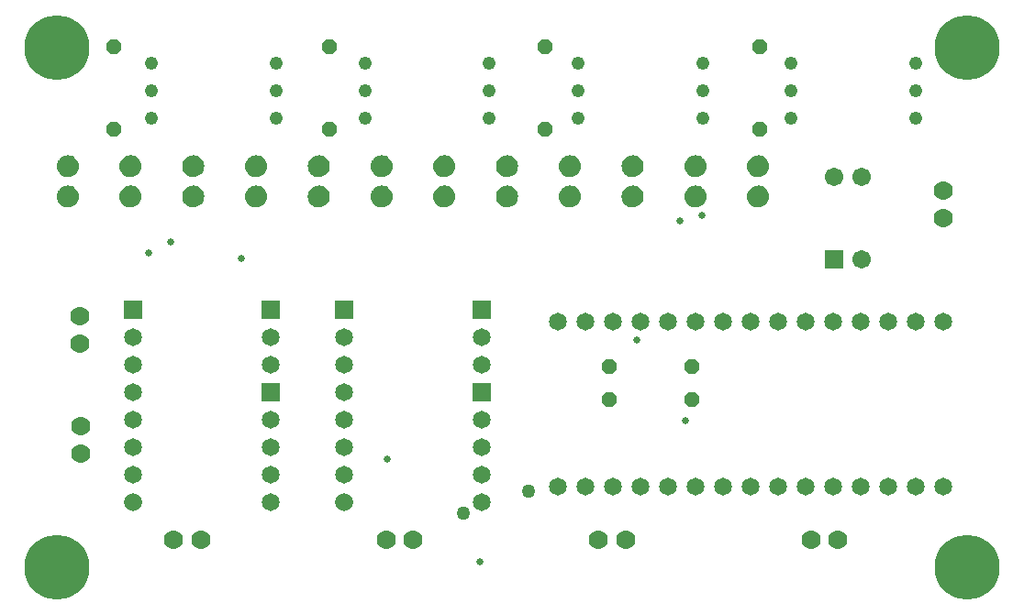
<source format=gbr>
G04 EAGLE Gerber RS-274X export*
G75*
%MOMM*%
%FSLAX34Y34*%
%LPD*%
%INSoldermask Bottom*%
%IPPOS*%
%AMOC8*
5,1,8,0,0,1.08239X$1,22.5*%
G01*
%ADD10C,6.000000*%
%ADD11C,3.327000*%
%ADD12P,1.457113X8X292.500000*%
%ADD13C,1.777000*%
%ADD14C,1.222000*%
%ADD15C,1.651000*%
%ADD16R,1.651000X1.651000*%
%ADD17C,1.666241*%
%ADD18R,1.707000X1.707000*%
%ADD19C,1.707000*%
%ADD20P,1.457113X8X202.500000*%
%ADD21P,1.457113X8X22.500000*%
%ADD22C,0.635000*%
%ADD23C,1.270000*%

G36*
X387690Y390043D02*
X387690Y390043D01*
X387762Y390041D01*
X389598Y390246D01*
X389644Y390260D01*
X389719Y390272D01*
X391480Y390832D01*
X391522Y390855D01*
X391594Y390881D01*
X393211Y391774D01*
X393249Y391804D01*
X393314Y391844D01*
X394726Y393035D01*
X394757Y393072D01*
X394813Y393124D01*
X395966Y394568D01*
X395989Y394610D01*
X396033Y394672D01*
X396882Y396313D01*
X396897Y396359D01*
X396928Y396428D01*
X397441Y398203D01*
X397446Y398251D01*
X397464Y398326D01*
X397620Y400166D01*
X397616Y400210D01*
X397620Y400275D01*
X397460Y402106D01*
X397447Y402152D01*
X397437Y402228D01*
X396923Y403992D01*
X396902Y404036D01*
X396877Y404108D01*
X396028Y405738D01*
X395999Y405776D01*
X395960Y405842D01*
X394810Y407275D01*
X394774Y407307D01*
X394723Y407364D01*
X393315Y408545D01*
X393274Y408569D01*
X393213Y408615D01*
X391601Y409499D01*
X391556Y409514D01*
X391487Y409548D01*
X389734Y410100D01*
X389687Y410106D01*
X389613Y410126D01*
X387786Y410326D01*
X387740Y410322D01*
X387671Y410328D01*
X385995Y410205D01*
X385952Y410194D01*
X385886Y410188D01*
X384256Y409777D01*
X384216Y409758D01*
X384152Y409740D01*
X382619Y409052D01*
X382582Y409027D01*
X382522Y408998D01*
X381132Y408054D01*
X381100Y408023D01*
X381046Y407985D01*
X379840Y406814D01*
X379814Y406778D01*
X379768Y406730D01*
X378784Y405368D01*
X378765Y405327D01*
X378728Y405273D01*
X377995Y403760D01*
X377983Y403717D01*
X377956Y403657D01*
X377498Y402040D01*
X377493Y401995D01*
X377477Y401931D01*
X377306Y400259D01*
X377310Y400211D01*
X377306Y400132D01*
X377472Y398460D01*
X377484Y398417D01*
X377493Y398352D01*
X377947Y396734D01*
X377966Y396693D01*
X377986Y396630D01*
X378714Y395116D01*
X378740Y395080D01*
X378770Y395021D01*
X379751Y393656D01*
X379783Y393625D01*
X379823Y393572D01*
X381025Y392398D01*
X381062Y392373D01*
X381110Y392328D01*
X382498Y391381D01*
X382539Y391363D01*
X382595Y391327D01*
X384126Y390635D01*
X384169Y390624D01*
X384230Y390598D01*
X385859Y390183D01*
X385903Y390180D01*
X385968Y390165D01*
X387643Y390039D01*
X387690Y390043D01*
G37*
G36*
X329771Y390043D02*
X329771Y390043D01*
X329843Y390041D01*
X331679Y390246D01*
X331725Y390260D01*
X331800Y390272D01*
X333561Y390832D01*
X333603Y390855D01*
X333675Y390881D01*
X335292Y391774D01*
X335330Y391804D01*
X335395Y391844D01*
X336807Y393035D01*
X336838Y393072D01*
X336894Y393124D01*
X338047Y394568D01*
X338070Y394610D01*
X338114Y394672D01*
X338963Y396313D01*
X338978Y396359D01*
X339009Y396428D01*
X339522Y398203D01*
X339527Y398251D01*
X339545Y398326D01*
X339701Y400166D01*
X339697Y400210D01*
X339701Y400275D01*
X339541Y402106D01*
X339528Y402152D01*
X339518Y402228D01*
X339004Y403992D01*
X338983Y404036D01*
X338958Y404108D01*
X338109Y405738D01*
X338080Y405776D01*
X338041Y405842D01*
X336891Y407275D01*
X336855Y407307D01*
X336804Y407364D01*
X335396Y408545D01*
X335355Y408569D01*
X335294Y408615D01*
X333682Y409499D01*
X333637Y409514D01*
X333568Y409548D01*
X331815Y410100D01*
X331768Y410106D01*
X331694Y410126D01*
X329867Y410326D01*
X329821Y410322D01*
X329752Y410328D01*
X328076Y410205D01*
X328033Y410194D01*
X327967Y410188D01*
X326337Y409777D01*
X326297Y409758D01*
X326233Y409740D01*
X324700Y409052D01*
X324663Y409027D01*
X324603Y408998D01*
X323213Y408054D01*
X323181Y408023D01*
X323127Y407985D01*
X321921Y406814D01*
X321895Y406778D01*
X321849Y406730D01*
X320865Y405368D01*
X320846Y405327D01*
X320809Y405273D01*
X320076Y403760D01*
X320064Y403717D01*
X320037Y403657D01*
X319579Y402040D01*
X319574Y401995D01*
X319558Y401931D01*
X319387Y400259D01*
X319391Y400211D01*
X319387Y400132D01*
X319553Y398460D01*
X319565Y398417D01*
X319574Y398352D01*
X320028Y396734D01*
X320047Y396693D01*
X320067Y396630D01*
X320795Y395116D01*
X320821Y395080D01*
X320851Y395021D01*
X321832Y393656D01*
X321864Y393625D01*
X321904Y393572D01*
X323106Y392398D01*
X323143Y392373D01*
X323191Y392328D01*
X324579Y391381D01*
X324620Y391363D01*
X324676Y391327D01*
X326207Y390635D01*
X326250Y390624D01*
X326311Y390598D01*
X327940Y390183D01*
X327984Y390180D01*
X328049Y390165D01*
X329724Y390039D01*
X329771Y390043D01*
G37*
G36*
X561446Y390043D02*
X561446Y390043D01*
X561518Y390041D01*
X563354Y390246D01*
X563400Y390260D01*
X563475Y390272D01*
X565236Y390832D01*
X565278Y390855D01*
X565350Y390881D01*
X566967Y391774D01*
X567005Y391804D01*
X567070Y391844D01*
X568482Y393035D01*
X568513Y393072D01*
X568569Y393124D01*
X569722Y394568D01*
X569745Y394610D01*
X569789Y394672D01*
X570638Y396313D01*
X570653Y396359D01*
X570684Y396428D01*
X571197Y398203D01*
X571202Y398251D01*
X571220Y398326D01*
X571376Y400166D01*
X571372Y400210D01*
X571376Y400275D01*
X571216Y402106D01*
X571203Y402152D01*
X571193Y402228D01*
X570679Y403992D01*
X570658Y404036D01*
X570633Y404108D01*
X569784Y405738D01*
X569755Y405776D01*
X569716Y405842D01*
X568566Y407275D01*
X568530Y407307D01*
X568479Y407364D01*
X567071Y408545D01*
X567030Y408569D01*
X566969Y408615D01*
X565357Y409499D01*
X565312Y409514D01*
X565243Y409548D01*
X563490Y410100D01*
X563443Y410106D01*
X563369Y410126D01*
X561542Y410326D01*
X561496Y410322D01*
X561427Y410328D01*
X559751Y410205D01*
X559708Y410194D01*
X559642Y410188D01*
X558012Y409777D01*
X557972Y409758D01*
X557908Y409740D01*
X556375Y409052D01*
X556338Y409027D01*
X556278Y408998D01*
X554888Y408054D01*
X554856Y408023D01*
X554802Y407985D01*
X553596Y406814D01*
X553570Y406778D01*
X553524Y406730D01*
X552540Y405368D01*
X552521Y405327D01*
X552484Y405273D01*
X551751Y403760D01*
X551739Y403717D01*
X551712Y403657D01*
X551254Y402040D01*
X551249Y401995D01*
X551233Y401931D01*
X551062Y400259D01*
X551066Y400211D01*
X551062Y400132D01*
X551228Y398460D01*
X551240Y398417D01*
X551249Y398352D01*
X551703Y396734D01*
X551722Y396693D01*
X551742Y396630D01*
X552470Y395116D01*
X552496Y395080D01*
X552526Y395021D01*
X553507Y393656D01*
X553539Y393625D01*
X553579Y393572D01*
X554781Y392398D01*
X554818Y392373D01*
X554866Y392328D01*
X556254Y391381D01*
X556295Y391363D01*
X556351Y391327D01*
X557882Y390635D01*
X557925Y390624D01*
X557986Y390598D01*
X559615Y390183D01*
X559659Y390180D01*
X559724Y390165D01*
X561399Y390039D01*
X561446Y390043D01*
G37*
G36*
X619365Y390043D02*
X619365Y390043D01*
X619437Y390041D01*
X621273Y390246D01*
X621319Y390260D01*
X621394Y390272D01*
X623155Y390832D01*
X623197Y390855D01*
X623269Y390881D01*
X624886Y391774D01*
X624924Y391804D01*
X624989Y391844D01*
X626401Y393035D01*
X626432Y393072D01*
X626488Y393124D01*
X627641Y394568D01*
X627664Y394610D01*
X627708Y394672D01*
X628557Y396313D01*
X628572Y396359D01*
X628603Y396428D01*
X629116Y398203D01*
X629121Y398251D01*
X629139Y398326D01*
X629295Y400166D01*
X629291Y400210D01*
X629295Y400275D01*
X629135Y402106D01*
X629122Y402152D01*
X629112Y402228D01*
X628598Y403992D01*
X628577Y404036D01*
X628552Y404108D01*
X627703Y405738D01*
X627674Y405776D01*
X627635Y405842D01*
X626485Y407275D01*
X626449Y407307D01*
X626398Y407364D01*
X624990Y408545D01*
X624949Y408569D01*
X624888Y408615D01*
X623276Y409499D01*
X623231Y409514D01*
X623162Y409548D01*
X621409Y410100D01*
X621362Y410106D01*
X621288Y410126D01*
X619461Y410326D01*
X619415Y410322D01*
X619346Y410328D01*
X617670Y410205D01*
X617627Y410194D01*
X617561Y410188D01*
X615931Y409777D01*
X615891Y409758D01*
X615827Y409740D01*
X614294Y409052D01*
X614257Y409027D01*
X614197Y408998D01*
X612807Y408054D01*
X612775Y408023D01*
X612721Y407985D01*
X611515Y406814D01*
X611489Y406778D01*
X611443Y406730D01*
X610459Y405368D01*
X610440Y405327D01*
X610403Y405273D01*
X609670Y403760D01*
X609658Y403717D01*
X609631Y403657D01*
X609173Y402040D01*
X609168Y401995D01*
X609152Y401931D01*
X608981Y400259D01*
X608985Y400211D01*
X608981Y400132D01*
X609147Y398460D01*
X609159Y398417D01*
X609168Y398352D01*
X609622Y396734D01*
X609641Y396693D01*
X609661Y396630D01*
X610389Y395116D01*
X610415Y395080D01*
X610445Y395021D01*
X611426Y393656D01*
X611458Y393625D01*
X611498Y393572D01*
X612700Y392398D01*
X612737Y392373D01*
X612785Y392328D01*
X614173Y391381D01*
X614214Y391363D01*
X614270Y391327D01*
X615801Y390635D01*
X615844Y390624D01*
X615905Y390598D01*
X617534Y390183D01*
X617578Y390180D01*
X617643Y390165D01*
X619318Y390039D01*
X619365Y390043D01*
G37*
G36*
X503528Y390043D02*
X503528Y390043D01*
X503600Y390041D01*
X505436Y390246D01*
X505482Y390260D01*
X505557Y390272D01*
X507318Y390832D01*
X507360Y390855D01*
X507432Y390881D01*
X509049Y391774D01*
X509087Y391804D01*
X509152Y391844D01*
X510564Y393035D01*
X510595Y393072D01*
X510651Y393124D01*
X511804Y394568D01*
X511827Y394610D01*
X511871Y394672D01*
X512720Y396313D01*
X512735Y396359D01*
X512766Y396428D01*
X513279Y398203D01*
X513284Y398251D01*
X513302Y398326D01*
X513458Y400166D01*
X513454Y400210D01*
X513458Y400275D01*
X513298Y402106D01*
X513285Y402152D01*
X513275Y402228D01*
X512761Y403992D01*
X512740Y404036D01*
X512715Y404108D01*
X511866Y405738D01*
X511837Y405776D01*
X511798Y405842D01*
X510648Y407275D01*
X510612Y407307D01*
X510561Y407364D01*
X509153Y408545D01*
X509112Y408569D01*
X509051Y408615D01*
X507439Y409499D01*
X507394Y409514D01*
X507325Y409548D01*
X505572Y410100D01*
X505525Y410106D01*
X505451Y410126D01*
X503624Y410326D01*
X503578Y410322D01*
X503509Y410328D01*
X501833Y410205D01*
X501790Y410194D01*
X501724Y410188D01*
X500094Y409777D01*
X500054Y409758D01*
X499990Y409740D01*
X498457Y409052D01*
X498420Y409027D01*
X498360Y408998D01*
X496970Y408054D01*
X496938Y408023D01*
X496884Y407985D01*
X495678Y406814D01*
X495652Y406778D01*
X495606Y406730D01*
X494622Y405368D01*
X494603Y405327D01*
X494566Y405273D01*
X493833Y403760D01*
X493821Y403717D01*
X493794Y403657D01*
X493336Y402040D01*
X493331Y401995D01*
X493315Y401931D01*
X493144Y400259D01*
X493148Y400211D01*
X493144Y400132D01*
X493310Y398460D01*
X493322Y398417D01*
X493331Y398352D01*
X493785Y396734D01*
X493804Y396693D01*
X493824Y396630D01*
X494552Y395116D01*
X494578Y395080D01*
X494608Y395021D01*
X495589Y393656D01*
X495621Y393625D01*
X495661Y393572D01*
X496863Y392398D01*
X496900Y392373D01*
X496948Y392328D01*
X498336Y391381D01*
X498377Y391363D01*
X498433Y391327D01*
X499964Y390635D01*
X500007Y390624D01*
X500068Y390598D01*
X501697Y390183D01*
X501741Y390180D01*
X501806Y390165D01*
X503481Y390039D01*
X503528Y390043D01*
G37*
G36*
X445609Y390043D02*
X445609Y390043D01*
X445681Y390041D01*
X447517Y390246D01*
X447563Y390260D01*
X447638Y390272D01*
X449399Y390832D01*
X449441Y390855D01*
X449513Y390881D01*
X451130Y391774D01*
X451168Y391804D01*
X451233Y391844D01*
X452645Y393035D01*
X452676Y393072D01*
X452732Y393124D01*
X453885Y394568D01*
X453908Y394610D01*
X453952Y394672D01*
X454801Y396313D01*
X454816Y396359D01*
X454847Y396428D01*
X455360Y398203D01*
X455365Y398251D01*
X455383Y398326D01*
X455539Y400166D01*
X455535Y400210D01*
X455539Y400275D01*
X455379Y402106D01*
X455366Y402152D01*
X455356Y402228D01*
X454842Y403992D01*
X454821Y404036D01*
X454796Y404108D01*
X453947Y405738D01*
X453918Y405776D01*
X453879Y405842D01*
X452729Y407275D01*
X452693Y407307D01*
X452642Y407364D01*
X451234Y408545D01*
X451193Y408569D01*
X451132Y408615D01*
X449520Y409499D01*
X449475Y409514D01*
X449406Y409548D01*
X447653Y410100D01*
X447606Y410106D01*
X447532Y410126D01*
X445705Y410326D01*
X445659Y410322D01*
X445590Y410328D01*
X443914Y410205D01*
X443871Y410194D01*
X443805Y410188D01*
X442175Y409777D01*
X442135Y409758D01*
X442071Y409740D01*
X440538Y409052D01*
X440501Y409027D01*
X440441Y408998D01*
X439051Y408054D01*
X439019Y408023D01*
X438965Y407985D01*
X437759Y406814D01*
X437733Y406778D01*
X437687Y406730D01*
X436703Y405368D01*
X436684Y405327D01*
X436647Y405273D01*
X435914Y403760D01*
X435902Y403717D01*
X435875Y403657D01*
X435417Y402040D01*
X435412Y401995D01*
X435396Y401931D01*
X435225Y400259D01*
X435229Y400211D01*
X435225Y400132D01*
X435391Y398460D01*
X435403Y398417D01*
X435412Y398352D01*
X435866Y396734D01*
X435885Y396693D01*
X435905Y396630D01*
X436633Y395116D01*
X436659Y395080D01*
X436689Y395021D01*
X437670Y393656D01*
X437702Y393625D01*
X437742Y393572D01*
X438944Y392398D01*
X438981Y392373D01*
X439029Y392328D01*
X440417Y391381D01*
X440458Y391363D01*
X440514Y391327D01*
X442045Y390635D01*
X442088Y390624D01*
X442149Y390598D01*
X443778Y390183D01*
X443822Y390180D01*
X443887Y390165D01*
X445562Y390039D01*
X445609Y390043D01*
G37*
G36*
X271852Y390043D02*
X271852Y390043D01*
X271924Y390041D01*
X273760Y390246D01*
X273806Y390260D01*
X273881Y390272D01*
X275642Y390832D01*
X275684Y390855D01*
X275756Y390881D01*
X277373Y391774D01*
X277411Y391804D01*
X277476Y391844D01*
X278888Y393035D01*
X278919Y393072D01*
X278975Y393124D01*
X280128Y394568D01*
X280151Y394610D01*
X280195Y394672D01*
X281044Y396313D01*
X281059Y396359D01*
X281090Y396428D01*
X281603Y398203D01*
X281608Y398251D01*
X281626Y398326D01*
X281782Y400166D01*
X281778Y400210D01*
X281782Y400275D01*
X281622Y402106D01*
X281609Y402152D01*
X281599Y402228D01*
X281085Y403992D01*
X281064Y404036D01*
X281039Y404108D01*
X280190Y405738D01*
X280161Y405776D01*
X280122Y405842D01*
X278972Y407275D01*
X278936Y407307D01*
X278885Y407364D01*
X277477Y408545D01*
X277436Y408569D01*
X277375Y408615D01*
X275763Y409499D01*
X275718Y409514D01*
X275649Y409548D01*
X273896Y410100D01*
X273849Y410106D01*
X273775Y410126D01*
X271948Y410326D01*
X271902Y410322D01*
X271833Y410328D01*
X270157Y410205D01*
X270114Y410194D01*
X270048Y410188D01*
X268418Y409777D01*
X268378Y409758D01*
X268314Y409740D01*
X266781Y409052D01*
X266744Y409027D01*
X266684Y408998D01*
X265294Y408054D01*
X265262Y408023D01*
X265208Y407985D01*
X264002Y406814D01*
X263976Y406778D01*
X263930Y406730D01*
X262946Y405368D01*
X262927Y405327D01*
X262890Y405273D01*
X262157Y403760D01*
X262145Y403717D01*
X262118Y403657D01*
X261660Y402040D01*
X261655Y401995D01*
X261639Y401931D01*
X261468Y400259D01*
X261472Y400211D01*
X261468Y400132D01*
X261634Y398460D01*
X261646Y398417D01*
X261655Y398352D01*
X262109Y396734D01*
X262128Y396693D01*
X262148Y396630D01*
X262876Y395116D01*
X262902Y395080D01*
X262932Y395021D01*
X263913Y393656D01*
X263945Y393625D01*
X263985Y393572D01*
X265187Y392398D01*
X265224Y392373D01*
X265272Y392328D01*
X266660Y391381D01*
X266701Y391363D01*
X266757Y391327D01*
X268288Y390635D01*
X268331Y390624D01*
X268392Y390598D01*
X270021Y390183D01*
X270065Y390180D01*
X270130Y390165D01*
X271805Y390039D01*
X271852Y390043D01*
G37*
G36*
X156015Y390043D02*
X156015Y390043D01*
X156087Y390041D01*
X157923Y390246D01*
X157969Y390260D01*
X158044Y390272D01*
X159805Y390832D01*
X159847Y390855D01*
X159919Y390881D01*
X161536Y391774D01*
X161574Y391804D01*
X161639Y391844D01*
X163051Y393035D01*
X163082Y393072D01*
X163138Y393124D01*
X164291Y394568D01*
X164314Y394610D01*
X164358Y394672D01*
X165207Y396313D01*
X165222Y396359D01*
X165253Y396428D01*
X165766Y398203D01*
X165771Y398251D01*
X165789Y398326D01*
X165945Y400166D01*
X165941Y400210D01*
X165945Y400275D01*
X165785Y402106D01*
X165772Y402152D01*
X165762Y402228D01*
X165248Y403992D01*
X165227Y404036D01*
X165202Y404108D01*
X164353Y405738D01*
X164324Y405776D01*
X164285Y405842D01*
X163135Y407275D01*
X163099Y407307D01*
X163048Y407364D01*
X161640Y408545D01*
X161599Y408569D01*
X161538Y408615D01*
X159926Y409499D01*
X159881Y409514D01*
X159812Y409548D01*
X158059Y410100D01*
X158012Y410106D01*
X157938Y410126D01*
X156111Y410326D01*
X156065Y410322D01*
X155996Y410328D01*
X154320Y410205D01*
X154277Y410194D01*
X154211Y410188D01*
X152581Y409777D01*
X152541Y409758D01*
X152477Y409740D01*
X150944Y409052D01*
X150907Y409027D01*
X150847Y408998D01*
X149457Y408054D01*
X149425Y408023D01*
X149371Y407985D01*
X148165Y406814D01*
X148139Y406778D01*
X148093Y406730D01*
X147109Y405368D01*
X147090Y405327D01*
X147053Y405273D01*
X146320Y403760D01*
X146308Y403717D01*
X146281Y403657D01*
X145823Y402040D01*
X145818Y401995D01*
X145802Y401931D01*
X145631Y400259D01*
X145635Y400211D01*
X145631Y400132D01*
X145797Y398460D01*
X145809Y398417D01*
X145818Y398352D01*
X146272Y396734D01*
X146291Y396693D01*
X146311Y396630D01*
X147039Y395116D01*
X147065Y395080D01*
X147095Y395021D01*
X148076Y393656D01*
X148108Y393625D01*
X148148Y393572D01*
X149350Y392398D01*
X149387Y392373D01*
X149435Y392328D01*
X150823Y391381D01*
X150864Y391363D01*
X150920Y391327D01*
X152451Y390635D01*
X152494Y390624D01*
X152555Y390598D01*
X154184Y390183D01*
X154228Y390180D01*
X154293Y390165D01*
X155968Y390039D01*
X156015Y390043D01*
G37*
G36*
X677284Y390043D02*
X677284Y390043D01*
X677356Y390041D01*
X679192Y390246D01*
X679238Y390260D01*
X679313Y390272D01*
X681074Y390832D01*
X681116Y390855D01*
X681188Y390881D01*
X682805Y391774D01*
X682843Y391804D01*
X682908Y391844D01*
X684320Y393035D01*
X684351Y393072D01*
X684407Y393124D01*
X685560Y394568D01*
X685583Y394610D01*
X685627Y394672D01*
X686476Y396313D01*
X686491Y396359D01*
X686522Y396428D01*
X687035Y398203D01*
X687040Y398251D01*
X687058Y398326D01*
X687214Y400166D01*
X687210Y400210D01*
X687214Y400275D01*
X687054Y402106D01*
X687041Y402152D01*
X687031Y402228D01*
X686517Y403992D01*
X686496Y404036D01*
X686471Y404108D01*
X685622Y405738D01*
X685593Y405776D01*
X685554Y405842D01*
X684404Y407275D01*
X684368Y407307D01*
X684317Y407364D01*
X682909Y408545D01*
X682868Y408569D01*
X682807Y408615D01*
X681195Y409499D01*
X681150Y409514D01*
X681081Y409548D01*
X679328Y410100D01*
X679281Y410106D01*
X679207Y410126D01*
X677380Y410326D01*
X677334Y410322D01*
X677265Y410328D01*
X675589Y410205D01*
X675546Y410194D01*
X675480Y410188D01*
X673850Y409777D01*
X673810Y409758D01*
X673746Y409740D01*
X672213Y409052D01*
X672176Y409027D01*
X672116Y408998D01*
X670726Y408054D01*
X670694Y408023D01*
X670640Y407985D01*
X669434Y406814D01*
X669408Y406778D01*
X669362Y406730D01*
X668378Y405368D01*
X668359Y405327D01*
X668322Y405273D01*
X667589Y403760D01*
X667577Y403717D01*
X667550Y403657D01*
X667092Y402040D01*
X667087Y401995D01*
X667071Y401931D01*
X666900Y400259D01*
X666904Y400211D01*
X666900Y400132D01*
X667066Y398460D01*
X667078Y398417D01*
X667087Y398352D01*
X667541Y396734D01*
X667560Y396693D01*
X667580Y396630D01*
X668308Y395116D01*
X668334Y395080D01*
X668364Y395021D01*
X669345Y393656D01*
X669377Y393625D01*
X669417Y393572D01*
X670619Y392398D01*
X670656Y392373D01*
X670704Y392328D01*
X672092Y391381D01*
X672133Y391363D01*
X672189Y391327D01*
X673720Y390635D01*
X673763Y390624D01*
X673824Y390598D01*
X675453Y390183D01*
X675497Y390180D01*
X675562Y390165D01*
X677237Y390039D01*
X677284Y390043D01*
G37*
G36*
X40177Y390043D02*
X40177Y390043D01*
X40249Y390041D01*
X42085Y390246D01*
X42131Y390260D01*
X42206Y390272D01*
X43967Y390832D01*
X44009Y390855D01*
X44081Y390881D01*
X45698Y391774D01*
X45736Y391804D01*
X45801Y391844D01*
X47213Y393035D01*
X47244Y393072D01*
X47300Y393124D01*
X48453Y394568D01*
X48476Y394610D01*
X48520Y394672D01*
X49369Y396313D01*
X49384Y396359D01*
X49415Y396428D01*
X49928Y398203D01*
X49933Y398251D01*
X49951Y398326D01*
X50107Y400166D01*
X50103Y400210D01*
X50107Y400275D01*
X49947Y402106D01*
X49934Y402152D01*
X49924Y402228D01*
X49410Y403992D01*
X49389Y404036D01*
X49364Y404108D01*
X48515Y405738D01*
X48486Y405776D01*
X48447Y405842D01*
X47297Y407275D01*
X47261Y407307D01*
X47210Y407364D01*
X45802Y408545D01*
X45761Y408569D01*
X45700Y408615D01*
X44088Y409499D01*
X44043Y409514D01*
X43974Y409548D01*
X42221Y410100D01*
X42174Y410106D01*
X42100Y410126D01*
X40273Y410326D01*
X40227Y410322D01*
X40158Y410328D01*
X38482Y410205D01*
X38439Y410194D01*
X38373Y410188D01*
X36743Y409777D01*
X36703Y409758D01*
X36639Y409740D01*
X35106Y409052D01*
X35069Y409027D01*
X35009Y408998D01*
X33619Y408054D01*
X33587Y408023D01*
X33533Y407985D01*
X32327Y406814D01*
X32301Y406778D01*
X32255Y406730D01*
X31271Y405368D01*
X31252Y405327D01*
X31215Y405273D01*
X30482Y403760D01*
X30470Y403717D01*
X30443Y403657D01*
X29985Y402040D01*
X29980Y401995D01*
X29964Y401931D01*
X29793Y400259D01*
X29797Y400211D01*
X29793Y400132D01*
X29959Y398460D01*
X29971Y398417D01*
X29980Y398352D01*
X30434Y396734D01*
X30453Y396693D01*
X30473Y396630D01*
X31201Y395116D01*
X31227Y395080D01*
X31257Y395021D01*
X32238Y393656D01*
X32270Y393625D01*
X32310Y393572D01*
X33512Y392398D01*
X33549Y392373D01*
X33597Y392328D01*
X34985Y391381D01*
X35026Y391363D01*
X35082Y391327D01*
X36613Y390635D01*
X36656Y390624D01*
X36717Y390598D01*
X38346Y390183D01*
X38390Y390180D01*
X38455Y390165D01*
X40130Y390039D01*
X40177Y390043D01*
G37*
G36*
X213933Y390043D02*
X213933Y390043D01*
X214005Y390041D01*
X215841Y390246D01*
X215887Y390260D01*
X215962Y390272D01*
X217723Y390832D01*
X217765Y390855D01*
X217837Y390881D01*
X219454Y391774D01*
X219492Y391804D01*
X219557Y391844D01*
X220969Y393035D01*
X221000Y393072D01*
X221056Y393124D01*
X222209Y394568D01*
X222232Y394610D01*
X222276Y394672D01*
X223125Y396313D01*
X223140Y396359D01*
X223171Y396428D01*
X223684Y398203D01*
X223689Y398251D01*
X223707Y398326D01*
X223863Y400166D01*
X223859Y400210D01*
X223863Y400275D01*
X223703Y402106D01*
X223690Y402152D01*
X223680Y402228D01*
X223166Y403992D01*
X223145Y404036D01*
X223120Y404108D01*
X222271Y405738D01*
X222242Y405776D01*
X222203Y405842D01*
X221053Y407275D01*
X221017Y407307D01*
X220966Y407364D01*
X219558Y408545D01*
X219517Y408569D01*
X219456Y408615D01*
X217844Y409499D01*
X217799Y409514D01*
X217730Y409548D01*
X215977Y410100D01*
X215930Y410106D01*
X215856Y410126D01*
X214029Y410326D01*
X213983Y410322D01*
X213914Y410328D01*
X212238Y410205D01*
X212195Y410194D01*
X212129Y410188D01*
X210499Y409777D01*
X210459Y409758D01*
X210395Y409740D01*
X208862Y409052D01*
X208825Y409027D01*
X208765Y408998D01*
X207375Y408054D01*
X207343Y408023D01*
X207289Y407985D01*
X206083Y406814D01*
X206057Y406778D01*
X206011Y406730D01*
X205027Y405368D01*
X205008Y405327D01*
X204971Y405273D01*
X204238Y403760D01*
X204226Y403717D01*
X204199Y403657D01*
X203741Y402040D01*
X203736Y401995D01*
X203720Y401931D01*
X203549Y400259D01*
X203553Y400211D01*
X203549Y400132D01*
X203715Y398460D01*
X203727Y398417D01*
X203736Y398352D01*
X204190Y396734D01*
X204209Y396693D01*
X204229Y396630D01*
X204957Y395116D01*
X204983Y395080D01*
X205013Y395021D01*
X205994Y393656D01*
X206026Y393625D01*
X206066Y393572D01*
X207268Y392398D01*
X207305Y392373D01*
X207353Y392328D01*
X208741Y391381D01*
X208782Y391363D01*
X208838Y391327D01*
X210369Y390635D01*
X210412Y390624D01*
X210473Y390598D01*
X212102Y390183D01*
X212146Y390180D01*
X212211Y390165D01*
X213886Y390039D01*
X213933Y390043D01*
G37*
G36*
X98096Y390043D02*
X98096Y390043D01*
X98168Y390041D01*
X100004Y390246D01*
X100050Y390260D01*
X100125Y390272D01*
X101886Y390832D01*
X101928Y390855D01*
X102000Y390881D01*
X103617Y391774D01*
X103655Y391804D01*
X103720Y391844D01*
X105132Y393035D01*
X105163Y393072D01*
X105219Y393124D01*
X106372Y394568D01*
X106395Y394610D01*
X106439Y394672D01*
X107288Y396313D01*
X107303Y396359D01*
X107334Y396428D01*
X107847Y398203D01*
X107852Y398251D01*
X107870Y398326D01*
X108026Y400166D01*
X108022Y400210D01*
X108026Y400275D01*
X107866Y402106D01*
X107853Y402152D01*
X107843Y402228D01*
X107329Y403992D01*
X107308Y404036D01*
X107283Y404108D01*
X106434Y405738D01*
X106405Y405776D01*
X106366Y405842D01*
X105216Y407275D01*
X105180Y407307D01*
X105129Y407364D01*
X103721Y408545D01*
X103680Y408569D01*
X103619Y408615D01*
X102007Y409499D01*
X101962Y409514D01*
X101893Y409548D01*
X100140Y410100D01*
X100093Y410106D01*
X100019Y410126D01*
X98192Y410326D01*
X98146Y410322D01*
X98077Y410328D01*
X96401Y410205D01*
X96358Y410194D01*
X96292Y410188D01*
X94662Y409777D01*
X94622Y409758D01*
X94558Y409740D01*
X93025Y409052D01*
X92988Y409027D01*
X92928Y408998D01*
X91538Y408054D01*
X91506Y408023D01*
X91452Y407985D01*
X90246Y406814D01*
X90220Y406778D01*
X90174Y406730D01*
X89190Y405368D01*
X89171Y405327D01*
X89134Y405273D01*
X88401Y403760D01*
X88389Y403717D01*
X88362Y403657D01*
X87904Y402040D01*
X87899Y401995D01*
X87883Y401931D01*
X87712Y400259D01*
X87716Y400211D01*
X87712Y400132D01*
X87878Y398460D01*
X87890Y398417D01*
X87899Y398352D01*
X88353Y396734D01*
X88372Y396693D01*
X88392Y396630D01*
X89120Y395116D01*
X89146Y395080D01*
X89176Y395021D01*
X90157Y393656D01*
X90189Y393625D01*
X90229Y393572D01*
X91431Y392398D01*
X91468Y392373D01*
X91516Y392328D01*
X92904Y391381D01*
X92945Y391363D01*
X93001Y391327D01*
X94532Y390635D01*
X94575Y390624D01*
X94636Y390598D01*
X96265Y390183D01*
X96309Y390180D01*
X96374Y390165D01*
X98049Y390039D01*
X98096Y390043D01*
G37*
G36*
X40177Y362052D02*
X40177Y362052D01*
X40249Y362050D01*
X42085Y362255D01*
X42131Y362269D01*
X42206Y362281D01*
X43967Y362841D01*
X44009Y362864D01*
X44081Y362890D01*
X45698Y363783D01*
X45736Y363813D01*
X45801Y363853D01*
X47213Y365044D01*
X47244Y365081D01*
X47300Y365133D01*
X48453Y366577D01*
X48476Y366619D01*
X48520Y366681D01*
X49369Y368322D01*
X49384Y368368D01*
X49415Y368437D01*
X49928Y370212D01*
X49933Y370260D01*
X49951Y370335D01*
X50107Y372175D01*
X50103Y372219D01*
X50107Y372284D01*
X49947Y374115D01*
X49934Y374161D01*
X49924Y374237D01*
X49410Y376001D01*
X49389Y376045D01*
X49364Y376117D01*
X48515Y377747D01*
X48486Y377785D01*
X48447Y377851D01*
X47297Y379284D01*
X47261Y379316D01*
X47210Y379373D01*
X45802Y380554D01*
X45761Y380578D01*
X45700Y380624D01*
X44088Y381508D01*
X44043Y381523D01*
X43974Y381557D01*
X42221Y382109D01*
X42174Y382115D01*
X42100Y382135D01*
X40273Y382335D01*
X40227Y382331D01*
X40158Y382337D01*
X38482Y382214D01*
X38439Y382203D01*
X38373Y382197D01*
X36743Y381786D01*
X36703Y381767D01*
X36639Y381749D01*
X35106Y381061D01*
X35069Y381036D01*
X35009Y381007D01*
X33619Y380063D01*
X33587Y380032D01*
X33533Y379994D01*
X32327Y378823D01*
X32301Y378787D01*
X32255Y378739D01*
X31271Y377377D01*
X31252Y377336D01*
X31215Y377282D01*
X30482Y375769D01*
X30470Y375726D01*
X30443Y375666D01*
X29985Y374049D01*
X29980Y374004D01*
X29964Y373940D01*
X29793Y372268D01*
X29797Y372220D01*
X29793Y372141D01*
X29959Y370469D01*
X29971Y370426D01*
X29980Y370361D01*
X30434Y368743D01*
X30453Y368702D01*
X30473Y368639D01*
X31201Y367125D01*
X31227Y367089D01*
X31257Y367030D01*
X32238Y365665D01*
X32270Y365634D01*
X32310Y365581D01*
X33512Y364407D01*
X33549Y364382D01*
X33597Y364337D01*
X34985Y363390D01*
X35026Y363372D01*
X35082Y363336D01*
X36613Y362644D01*
X36656Y362633D01*
X36717Y362607D01*
X38346Y362192D01*
X38390Y362189D01*
X38455Y362174D01*
X40130Y362048D01*
X40177Y362052D01*
G37*
G36*
X387690Y362052D02*
X387690Y362052D01*
X387762Y362050D01*
X389598Y362255D01*
X389644Y362269D01*
X389719Y362281D01*
X391480Y362841D01*
X391522Y362864D01*
X391594Y362890D01*
X393211Y363783D01*
X393249Y363813D01*
X393314Y363853D01*
X394726Y365044D01*
X394757Y365081D01*
X394813Y365133D01*
X395966Y366577D01*
X395989Y366619D01*
X396033Y366681D01*
X396882Y368322D01*
X396897Y368368D01*
X396928Y368437D01*
X397441Y370212D01*
X397446Y370260D01*
X397464Y370335D01*
X397620Y372175D01*
X397616Y372219D01*
X397620Y372284D01*
X397460Y374115D01*
X397447Y374161D01*
X397437Y374237D01*
X396923Y376001D01*
X396902Y376045D01*
X396877Y376117D01*
X396028Y377747D01*
X395999Y377785D01*
X395960Y377851D01*
X394810Y379284D01*
X394774Y379316D01*
X394723Y379373D01*
X393315Y380554D01*
X393274Y380578D01*
X393213Y380624D01*
X391601Y381508D01*
X391556Y381523D01*
X391487Y381557D01*
X389734Y382109D01*
X389687Y382115D01*
X389613Y382135D01*
X387786Y382335D01*
X387740Y382331D01*
X387671Y382337D01*
X385995Y382214D01*
X385952Y382203D01*
X385886Y382197D01*
X384256Y381786D01*
X384216Y381767D01*
X384152Y381749D01*
X382619Y381061D01*
X382582Y381036D01*
X382522Y381007D01*
X381132Y380063D01*
X381100Y380032D01*
X381046Y379994D01*
X379840Y378823D01*
X379814Y378787D01*
X379768Y378739D01*
X378784Y377377D01*
X378765Y377336D01*
X378728Y377282D01*
X377995Y375769D01*
X377983Y375726D01*
X377956Y375666D01*
X377498Y374049D01*
X377493Y374004D01*
X377477Y373940D01*
X377306Y372268D01*
X377310Y372220D01*
X377306Y372141D01*
X377472Y370469D01*
X377484Y370426D01*
X377493Y370361D01*
X377947Y368743D01*
X377966Y368702D01*
X377986Y368639D01*
X378714Y367125D01*
X378740Y367089D01*
X378770Y367030D01*
X379751Y365665D01*
X379783Y365634D01*
X379823Y365581D01*
X381025Y364407D01*
X381062Y364382D01*
X381110Y364337D01*
X382498Y363390D01*
X382539Y363372D01*
X382595Y363336D01*
X384126Y362644D01*
X384169Y362633D01*
X384230Y362607D01*
X385859Y362192D01*
X385903Y362189D01*
X385968Y362174D01*
X387643Y362048D01*
X387690Y362052D01*
G37*
G36*
X156015Y362052D02*
X156015Y362052D01*
X156087Y362050D01*
X157923Y362255D01*
X157969Y362269D01*
X158044Y362281D01*
X159805Y362841D01*
X159847Y362864D01*
X159919Y362890D01*
X161536Y363783D01*
X161574Y363813D01*
X161639Y363853D01*
X163051Y365044D01*
X163082Y365081D01*
X163138Y365133D01*
X164291Y366577D01*
X164314Y366619D01*
X164358Y366681D01*
X165207Y368322D01*
X165222Y368368D01*
X165253Y368437D01*
X165766Y370212D01*
X165771Y370260D01*
X165789Y370335D01*
X165945Y372175D01*
X165941Y372219D01*
X165945Y372284D01*
X165785Y374115D01*
X165772Y374161D01*
X165762Y374237D01*
X165248Y376001D01*
X165227Y376045D01*
X165202Y376117D01*
X164353Y377747D01*
X164324Y377785D01*
X164285Y377851D01*
X163135Y379284D01*
X163099Y379316D01*
X163048Y379373D01*
X161640Y380554D01*
X161599Y380578D01*
X161538Y380624D01*
X159926Y381508D01*
X159881Y381523D01*
X159812Y381557D01*
X158059Y382109D01*
X158012Y382115D01*
X157938Y382135D01*
X156111Y382335D01*
X156065Y382331D01*
X155996Y382337D01*
X154320Y382214D01*
X154277Y382203D01*
X154211Y382197D01*
X152581Y381786D01*
X152541Y381767D01*
X152477Y381749D01*
X150944Y381061D01*
X150907Y381036D01*
X150847Y381007D01*
X149457Y380063D01*
X149425Y380032D01*
X149371Y379994D01*
X148165Y378823D01*
X148139Y378787D01*
X148093Y378739D01*
X147109Y377377D01*
X147090Y377336D01*
X147053Y377282D01*
X146320Y375769D01*
X146308Y375726D01*
X146281Y375666D01*
X145823Y374049D01*
X145818Y374004D01*
X145802Y373940D01*
X145631Y372268D01*
X145635Y372220D01*
X145631Y372141D01*
X145797Y370469D01*
X145809Y370426D01*
X145818Y370361D01*
X146272Y368743D01*
X146291Y368702D01*
X146311Y368639D01*
X147039Y367125D01*
X147065Y367089D01*
X147095Y367030D01*
X148076Y365665D01*
X148108Y365634D01*
X148148Y365581D01*
X149350Y364407D01*
X149387Y364382D01*
X149435Y364337D01*
X150823Y363390D01*
X150864Y363372D01*
X150920Y363336D01*
X152451Y362644D01*
X152494Y362633D01*
X152555Y362607D01*
X154184Y362192D01*
X154228Y362189D01*
X154293Y362174D01*
X155968Y362048D01*
X156015Y362052D01*
G37*
G36*
X677284Y362052D02*
X677284Y362052D01*
X677356Y362050D01*
X679192Y362255D01*
X679238Y362269D01*
X679313Y362281D01*
X681074Y362841D01*
X681116Y362864D01*
X681188Y362890D01*
X682805Y363783D01*
X682843Y363813D01*
X682908Y363853D01*
X684320Y365044D01*
X684351Y365081D01*
X684407Y365133D01*
X685560Y366577D01*
X685583Y366619D01*
X685627Y366681D01*
X686476Y368322D01*
X686491Y368368D01*
X686522Y368437D01*
X687035Y370212D01*
X687040Y370260D01*
X687058Y370335D01*
X687214Y372175D01*
X687210Y372219D01*
X687214Y372284D01*
X687054Y374115D01*
X687041Y374161D01*
X687031Y374237D01*
X686517Y376001D01*
X686496Y376045D01*
X686471Y376117D01*
X685622Y377747D01*
X685593Y377785D01*
X685554Y377851D01*
X684404Y379284D01*
X684368Y379316D01*
X684317Y379373D01*
X682909Y380554D01*
X682868Y380578D01*
X682807Y380624D01*
X681195Y381508D01*
X681150Y381523D01*
X681081Y381557D01*
X679328Y382109D01*
X679281Y382115D01*
X679207Y382135D01*
X677380Y382335D01*
X677334Y382331D01*
X677265Y382337D01*
X675589Y382214D01*
X675546Y382203D01*
X675480Y382197D01*
X673850Y381786D01*
X673810Y381767D01*
X673746Y381749D01*
X672213Y381061D01*
X672176Y381036D01*
X672116Y381007D01*
X670726Y380063D01*
X670694Y380032D01*
X670640Y379994D01*
X669434Y378823D01*
X669408Y378787D01*
X669362Y378739D01*
X668378Y377377D01*
X668359Y377336D01*
X668322Y377282D01*
X667589Y375769D01*
X667577Y375726D01*
X667550Y375666D01*
X667092Y374049D01*
X667087Y374004D01*
X667071Y373940D01*
X666900Y372268D01*
X666904Y372220D01*
X666900Y372141D01*
X667066Y370469D01*
X667078Y370426D01*
X667087Y370361D01*
X667541Y368743D01*
X667560Y368702D01*
X667580Y368639D01*
X668308Y367125D01*
X668334Y367089D01*
X668364Y367030D01*
X669345Y365665D01*
X669377Y365634D01*
X669417Y365581D01*
X670619Y364407D01*
X670656Y364382D01*
X670704Y364337D01*
X672092Y363390D01*
X672133Y363372D01*
X672189Y363336D01*
X673720Y362644D01*
X673763Y362633D01*
X673824Y362607D01*
X675453Y362192D01*
X675497Y362189D01*
X675562Y362174D01*
X677237Y362048D01*
X677284Y362052D01*
G37*
G36*
X213933Y362052D02*
X213933Y362052D01*
X214005Y362050D01*
X215841Y362255D01*
X215887Y362269D01*
X215962Y362281D01*
X217723Y362841D01*
X217765Y362864D01*
X217837Y362890D01*
X219454Y363783D01*
X219492Y363813D01*
X219557Y363853D01*
X220969Y365044D01*
X221000Y365081D01*
X221056Y365133D01*
X222209Y366577D01*
X222232Y366619D01*
X222276Y366681D01*
X223125Y368322D01*
X223140Y368368D01*
X223171Y368437D01*
X223684Y370212D01*
X223689Y370260D01*
X223707Y370335D01*
X223863Y372175D01*
X223859Y372219D01*
X223863Y372284D01*
X223703Y374115D01*
X223690Y374161D01*
X223680Y374237D01*
X223166Y376001D01*
X223145Y376045D01*
X223120Y376117D01*
X222271Y377747D01*
X222242Y377785D01*
X222203Y377851D01*
X221053Y379284D01*
X221017Y379316D01*
X220966Y379373D01*
X219558Y380554D01*
X219517Y380578D01*
X219456Y380624D01*
X217844Y381508D01*
X217799Y381523D01*
X217730Y381557D01*
X215977Y382109D01*
X215930Y382115D01*
X215856Y382135D01*
X214029Y382335D01*
X213983Y382331D01*
X213914Y382337D01*
X212238Y382214D01*
X212195Y382203D01*
X212129Y382197D01*
X210499Y381786D01*
X210459Y381767D01*
X210395Y381749D01*
X208862Y381061D01*
X208825Y381036D01*
X208765Y381007D01*
X207375Y380063D01*
X207343Y380032D01*
X207289Y379994D01*
X206083Y378823D01*
X206057Y378787D01*
X206011Y378739D01*
X205027Y377377D01*
X205008Y377336D01*
X204971Y377282D01*
X204238Y375769D01*
X204226Y375726D01*
X204199Y375666D01*
X203741Y374049D01*
X203736Y374004D01*
X203720Y373940D01*
X203549Y372268D01*
X203553Y372220D01*
X203549Y372141D01*
X203715Y370469D01*
X203727Y370426D01*
X203736Y370361D01*
X204190Y368743D01*
X204209Y368702D01*
X204229Y368639D01*
X204957Y367125D01*
X204983Y367089D01*
X205013Y367030D01*
X205994Y365665D01*
X206026Y365634D01*
X206066Y365581D01*
X207268Y364407D01*
X207305Y364382D01*
X207353Y364337D01*
X208741Y363390D01*
X208782Y363372D01*
X208838Y363336D01*
X210369Y362644D01*
X210412Y362633D01*
X210473Y362607D01*
X212102Y362192D01*
X212146Y362189D01*
X212211Y362174D01*
X213886Y362048D01*
X213933Y362052D01*
G37*
G36*
X445609Y362052D02*
X445609Y362052D01*
X445681Y362050D01*
X447517Y362255D01*
X447563Y362269D01*
X447638Y362281D01*
X449399Y362841D01*
X449441Y362864D01*
X449513Y362890D01*
X451130Y363783D01*
X451168Y363813D01*
X451233Y363853D01*
X452645Y365044D01*
X452676Y365081D01*
X452732Y365133D01*
X453885Y366577D01*
X453908Y366619D01*
X453952Y366681D01*
X454801Y368322D01*
X454816Y368368D01*
X454847Y368437D01*
X455360Y370212D01*
X455365Y370260D01*
X455383Y370335D01*
X455539Y372175D01*
X455535Y372219D01*
X455539Y372284D01*
X455379Y374115D01*
X455366Y374161D01*
X455356Y374237D01*
X454842Y376001D01*
X454821Y376045D01*
X454796Y376117D01*
X453947Y377747D01*
X453918Y377785D01*
X453879Y377851D01*
X452729Y379284D01*
X452693Y379316D01*
X452642Y379373D01*
X451234Y380554D01*
X451193Y380578D01*
X451132Y380624D01*
X449520Y381508D01*
X449475Y381523D01*
X449406Y381557D01*
X447653Y382109D01*
X447606Y382115D01*
X447532Y382135D01*
X445705Y382335D01*
X445659Y382331D01*
X445590Y382337D01*
X443914Y382214D01*
X443871Y382203D01*
X443805Y382197D01*
X442175Y381786D01*
X442135Y381767D01*
X442071Y381749D01*
X440538Y381061D01*
X440501Y381036D01*
X440441Y381007D01*
X439051Y380063D01*
X439019Y380032D01*
X438965Y379994D01*
X437759Y378823D01*
X437733Y378787D01*
X437687Y378739D01*
X436703Y377377D01*
X436684Y377336D01*
X436647Y377282D01*
X435914Y375769D01*
X435902Y375726D01*
X435875Y375666D01*
X435417Y374049D01*
X435412Y374004D01*
X435396Y373940D01*
X435225Y372268D01*
X435229Y372220D01*
X435225Y372141D01*
X435391Y370469D01*
X435403Y370426D01*
X435412Y370361D01*
X435866Y368743D01*
X435885Y368702D01*
X435905Y368639D01*
X436633Y367125D01*
X436659Y367089D01*
X436689Y367030D01*
X437670Y365665D01*
X437702Y365634D01*
X437742Y365581D01*
X438944Y364407D01*
X438981Y364382D01*
X439029Y364337D01*
X440417Y363390D01*
X440458Y363372D01*
X440514Y363336D01*
X442045Y362644D01*
X442088Y362633D01*
X442149Y362607D01*
X443778Y362192D01*
X443822Y362189D01*
X443887Y362174D01*
X445562Y362048D01*
X445609Y362052D01*
G37*
G36*
X98096Y362052D02*
X98096Y362052D01*
X98168Y362050D01*
X100004Y362255D01*
X100050Y362269D01*
X100125Y362281D01*
X101886Y362841D01*
X101928Y362864D01*
X102000Y362890D01*
X103617Y363783D01*
X103655Y363813D01*
X103720Y363853D01*
X105132Y365044D01*
X105163Y365081D01*
X105219Y365133D01*
X106372Y366577D01*
X106395Y366619D01*
X106439Y366681D01*
X107288Y368322D01*
X107303Y368368D01*
X107334Y368437D01*
X107847Y370212D01*
X107852Y370260D01*
X107870Y370335D01*
X108026Y372175D01*
X108022Y372219D01*
X108026Y372284D01*
X107866Y374115D01*
X107853Y374161D01*
X107843Y374237D01*
X107329Y376001D01*
X107308Y376045D01*
X107283Y376117D01*
X106434Y377747D01*
X106405Y377785D01*
X106366Y377851D01*
X105216Y379284D01*
X105180Y379316D01*
X105129Y379373D01*
X103721Y380554D01*
X103680Y380578D01*
X103619Y380624D01*
X102007Y381508D01*
X101962Y381523D01*
X101893Y381557D01*
X100140Y382109D01*
X100093Y382115D01*
X100019Y382135D01*
X98192Y382335D01*
X98146Y382331D01*
X98077Y382337D01*
X96401Y382214D01*
X96358Y382203D01*
X96292Y382197D01*
X94662Y381786D01*
X94622Y381767D01*
X94558Y381749D01*
X93025Y381061D01*
X92988Y381036D01*
X92928Y381007D01*
X91538Y380063D01*
X91506Y380032D01*
X91452Y379994D01*
X90246Y378823D01*
X90220Y378787D01*
X90174Y378739D01*
X89190Y377377D01*
X89171Y377336D01*
X89134Y377282D01*
X88401Y375769D01*
X88389Y375726D01*
X88362Y375666D01*
X87904Y374049D01*
X87899Y374004D01*
X87883Y373940D01*
X87712Y372268D01*
X87716Y372220D01*
X87712Y372141D01*
X87878Y370469D01*
X87890Y370426D01*
X87899Y370361D01*
X88353Y368743D01*
X88372Y368702D01*
X88392Y368639D01*
X89120Y367125D01*
X89146Y367089D01*
X89176Y367030D01*
X90157Y365665D01*
X90189Y365634D01*
X90229Y365581D01*
X91431Y364407D01*
X91468Y364382D01*
X91516Y364337D01*
X92904Y363390D01*
X92945Y363372D01*
X93001Y363336D01*
X94532Y362644D01*
X94575Y362633D01*
X94636Y362607D01*
X96265Y362192D01*
X96309Y362189D01*
X96374Y362174D01*
X98049Y362048D01*
X98096Y362052D01*
G37*
G36*
X271852Y362052D02*
X271852Y362052D01*
X271924Y362050D01*
X273760Y362255D01*
X273806Y362269D01*
X273881Y362281D01*
X275642Y362841D01*
X275684Y362864D01*
X275756Y362890D01*
X277373Y363783D01*
X277411Y363813D01*
X277476Y363853D01*
X278888Y365044D01*
X278919Y365081D01*
X278975Y365133D01*
X280128Y366577D01*
X280151Y366619D01*
X280195Y366681D01*
X281044Y368322D01*
X281059Y368368D01*
X281090Y368437D01*
X281603Y370212D01*
X281608Y370260D01*
X281626Y370335D01*
X281782Y372175D01*
X281778Y372219D01*
X281782Y372284D01*
X281622Y374115D01*
X281609Y374161D01*
X281599Y374237D01*
X281085Y376001D01*
X281064Y376045D01*
X281039Y376117D01*
X280190Y377747D01*
X280161Y377785D01*
X280122Y377851D01*
X278972Y379284D01*
X278936Y379316D01*
X278885Y379373D01*
X277477Y380554D01*
X277436Y380578D01*
X277375Y380624D01*
X275763Y381508D01*
X275718Y381523D01*
X275649Y381557D01*
X273896Y382109D01*
X273849Y382115D01*
X273775Y382135D01*
X271948Y382335D01*
X271902Y382331D01*
X271833Y382337D01*
X270157Y382214D01*
X270114Y382203D01*
X270048Y382197D01*
X268418Y381786D01*
X268378Y381767D01*
X268314Y381749D01*
X266781Y381061D01*
X266744Y381036D01*
X266684Y381007D01*
X265294Y380063D01*
X265262Y380032D01*
X265208Y379994D01*
X264002Y378823D01*
X263976Y378787D01*
X263930Y378739D01*
X262946Y377377D01*
X262927Y377336D01*
X262890Y377282D01*
X262157Y375769D01*
X262145Y375726D01*
X262118Y375666D01*
X261660Y374049D01*
X261655Y374004D01*
X261639Y373940D01*
X261468Y372268D01*
X261472Y372220D01*
X261468Y372141D01*
X261634Y370469D01*
X261646Y370426D01*
X261655Y370361D01*
X262109Y368743D01*
X262128Y368702D01*
X262148Y368639D01*
X262876Y367125D01*
X262902Y367089D01*
X262932Y367030D01*
X263913Y365665D01*
X263945Y365634D01*
X263985Y365581D01*
X265187Y364407D01*
X265224Y364382D01*
X265272Y364337D01*
X266660Y363390D01*
X266701Y363372D01*
X266757Y363336D01*
X268288Y362644D01*
X268331Y362633D01*
X268392Y362607D01*
X270021Y362192D01*
X270065Y362189D01*
X270130Y362174D01*
X271805Y362048D01*
X271852Y362052D01*
G37*
G36*
X503528Y362052D02*
X503528Y362052D01*
X503600Y362050D01*
X505436Y362255D01*
X505482Y362269D01*
X505557Y362281D01*
X507318Y362841D01*
X507360Y362864D01*
X507432Y362890D01*
X509049Y363783D01*
X509087Y363813D01*
X509152Y363853D01*
X510564Y365044D01*
X510595Y365081D01*
X510651Y365133D01*
X511804Y366577D01*
X511827Y366619D01*
X511871Y366681D01*
X512720Y368322D01*
X512735Y368368D01*
X512766Y368437D01*
X513279Y370212D01*
X513284Y370260D01*
X513302Y370335D01*
X513458Y372175D01*
X513454Y372219D01*
X513458Y372284D01*
X513298Y374115D01*
X513285Y374161D01*
X513275Y374237D01*
X512761Y376001D01*
X512740Y376045D01*
X512715Y376117D01*
X511866Y377747D01*
X511837Y377785D01*
X511798Y377851D01*
X510648Y379284D01*
X510612Y379316D01*
X510561Y379373D01*
X509153Y380554D01*
X509112Y380578D01*
X509051Y380624D01*
X507439Y381508D01*
X507394Y381523D01*
X507325Y381557D01*
X505572Y382109D01*
X505525Y382115D01*
X505451Y382135D01*
X503624Y382335D01*
X503578Y382331D01*
X503509Y382337D01*
X501833Y382214D01*
X501790Y382203D01*
X501724Y382197D01*
X500094Y381786D01*
X500054Y381767D01*
X499990Y381749D01*
X498457Y381061D01*
X498420Y381036D01*
X498360Y381007D01*
X496970Y380063D01*
X496938Y380032D01*
X496884Y379994D01*
X495678Y378823D01*
X495652Y378787D01*
X495606Y378739D01*
X494622Y377377D01*
X494603Y377336D01*
X494566Y377282D01*
X493833Y375769D01*
X493821Y375726D01*
X493794Y375666D01*
X493336Y374049D01*
X493331Y374004D01*
X493315Y373940D01*
X493144Y372268D01*
X493148Y372220D01*
X493144Y372141D01*
X493310Y370469D01*
X493322Y370426D01*
X493331Y370361D01*
X493785Y368743D01*
X493804Y368702D01*
X493824Y368639D01*
X494552Y367125D01*
X494578Y367089D01*
X494608Y367030D01*
X495589Y365665D01*
X495621Y365634D01*
X495661Y365581D01*
X496863Y364407D01*
X496900Y364382D01*
X496948Y364337D01*
X498336Y363390D01*
X498377Y363372D01*
X498433Y363336D01*
X499964Y362644D01*
X500007Y362633D01*
X500068Y362607D01*
X501697Y362192D01*
X501741Y362189D01*
X501806Y362174D01*
X503481Y362048D01*
X503528Y362052D01*
G37*
G36*
X329771Y362052D02*
X329771Y362052D01*
X329843Y362050D01*
X331679Y362255D01*
X331725Y362269D01*
X331800Y362281D01*
X333561Y362841D01*
X333603Y362864D01*
X333675Y362890D01*
X335292Y363783D01*
X335330Y363813D01*
X335395Y363853D01*
X336807Y365044D01*
X336838Y365081D01*
X336894Y365133D01*
X338047Y366577D01*
X338070Y366619D01*
X338114Y366681D01*
X338963Y368322D01*
X338978Y368368D01*
X339009Y368437D01*
X339522Y370212D01*
X339527Y370260D01*
X339545Y370335D01*
X339701Y372175D01*
X339697Y372219D01*
X339701Y372284D01*
X339541Y374115D01*
X339528Y374161D01*
X339518Y374237D01*
X339004Y376001D01*
X338983Y376045D01*
X338958Y376117D01*
X338109Y377747D01*
X338080Y377785D01*
X338041Y377851D01*
X336891Y379284D01*
X336855Y379316D01*
X336804Y379373D01*
X335396Y380554D01*
X335355Y380578D01*
X335294Y380624D01*
X333682Y381508D01*
X333637Y381523D01*
X333568Y381557D01*
X331815Y382109D01*
X331768Y382115D01*
X331694Y382135D01*
X329867Y382335D01*
X329821Y382331D01*
X329752Y382337D01*
X328076Y382214D01*
X328033Y382203D01*
X327967Y382197D01*
X326337Y381786D01*
X326297Y381767D01*
X326233Y381749D01*
X324700Y381061D01*
X324663Y381036D01*
X324603Y381007D01*
X323213Y380063D01*
X323181Y380032D01*
X323127Y379994D01*
X321921Y378823D01*
X321895Y378787D01*
X321849Y378739D01*
X320865Y377377D01*
X320846Y377336D01*
X320809Y377282D01*
X320076Y375769D01*
X320064Y375726D01*
X320037Y375666D01*
X319579Y374049D01*
X319574Y374004D01*
X319558Y373940D01*
X319387Y372268D01*
X319391Y372220D01*
X319387Y372141D01*
X319553Y370469D01*
X319565Y370426D01*
X319574Y370361D01*
X320028Y368743D01*
X320047Y368702D01*
X320067Y368639D01*
X320795Y367125D01*
X320821Y367089D01*
X320851Y367030D01*
X321832Y365665D01*
X321864Y365634D01*
X321904Y365581D01*
X323106Y364407D01*
X323143Y364382D01*
X323191Y364337D01*
X324579Y363390D01*
X324620Y363372D01*
X324676Y363336D01*
X326207Y362644D01*
X326250Y362633D01*
X326311Y362607D01*
X327940Y362192D01*
X327984Y362189D01*
X328049Y362174D01*
X329724Y362048D01*
X329771Y362052D01*
G37*
G36*
X619365Y362052D02*
X619365Y362052D01*
X619437Y362050D01*
X621273Y362255D01*
X621319Y362269D01*
X621394Y362281D01*
X623155Y362841D01*
X623197Y362864D01*
X623269Y362890D01*
X624886Y363783D01*
X624924Y363813D01*
X624989Y363853D01*
X626401Y365044D01*
X626432Y365081D01*
X626488Y365133D01*
X627641Y366577D01*
X627664Y366619D01*
X627708Y366681D01*
X628557Y368322D01*
X628572Y368368D01*
X628603Y368437D01*
X629116Y370212D01*
X629121Y370260D01*
X629139Y370335D01*
X629295Y372175D01*
X629291Y372219D01*
X629295Y372284D01*
X629135Y374115D01*
X629122Y374161D01*
X629112Y374237D01*
X628598Y376001D01*
X628577Y376045D01*
X628552Y376117D01*
X627703Y377747D01*
X627674Y377785D01*
X627635Y377851D01*
X626485Y379284D01*
X626449Y379316D01*
X626398Y379373D01*
X624990Y380554D01*
X624949Y380578D01*
X624888Y380624D01*
X623276Y381508D01*
X623231Y381523D01*
X623162Y381557D01*
X621409Y382109D01*
X621362Y382115D01*
X621288Y382135D01*
X619461Y382335D01*
X619415Y382331D01*
X619346Y382337D01*
X617670Y382214D01*
X617627Y382203D01*
X617561Y382197D01*
X615931Y381786D01*
X615891Y381767D01*
X615827Y381749D01*
X614294Y381061D01*
X614257Y381036D01*
X614197Y381007D01*
X612807Y380063D01*
X612775Y380032D01*
X612721Y379994D01*
X611515Y378823D01*
X611489Y378787D01*
X611443Y378739D01*
X610459Y377377D01*
X610440Y377336D01*
X610403Y377282D01*
X609670Y375769D01*
X609658Y375726D01*
X609631Y375666D01*
X609173Y374049D01*
X609168Y374004D01*
X609152Y373940D01*
X608981Y372268D01*
X608985Y372220D01*
X608981Y372141D01*
X609147Y370469D01*
X609159Y370426D01*
X609168Y370361D01*
X609622Y368743D01*
X609641Y368702D01*
X609661Y368639D01*
X610389Y367125D01*
X610415Y367089D01*
X610445Y367030D01*
X611426Y365665D01*
X611458Y365634D01*
X611498Y365581D01*
X612700Y364407D01*
X612737Y364382D01*
X612785Y364337D01*
X614173Y363390D01*
X614214Y363372D01*
X614270Y363336D01*
X615801Y362644D01*
X615844Y362633D01*
X615905Y362607D01*
X617534Y362192D01*
X617578Y362189D01*
X617643Y362174D01*
X619318Y362048D01*
X619365Y362052D01*
G37*
G36*
X561446Y362052D02*
X561446Y362052D01*
X561518Y362050D01*
X563354Y362255D01*
X563400Y362269D01*
X563475Y362281D01*
X565236Y362841D01*
X565278Y362864D01*
X565350Y362890D01*
X566967Y363783D01*
X567005Y363813D01*
X567070Y363853D01*
X568482Y365044D01*
X568513Y365081D01*
X568569Y365133D01*
X569722Y366577D01*
X569745Y366619D01*
X569789Y366681D01*
X570638Y368322D01*
X570653Y368368D01*
X570684Y368437D01*
X571197Y370212D01*
X571202Y370260D01*
X571220Y370335D01*
X571376Y372175D01*
X571372Y372219D01*
X571376Y372284D01*
X571216Y374115D01*
X571203Y374161D01*
X571193Y374237D01*
X570679Y376001D01*
X570658Y376045D01*
X570633Y376117D01*
X569784Y377747D01*
X569755Y377785D01*
X569716Y377851D01*
X568566Y379284D01*
X568530Y379316D01*
X568479Y379373D01*
X567071Y380554D01*
X567030Y380578D01*
X566969Y380624D01*
X565357Y381508D01*
X565312Y381523D01*
X565243Y381557D01*
X563490Y382109D01*
X563443Y382115D01*
X563369Y382135D01*
X561542Y382335D01*
X561496Y382331D01*
X561427Y382337D01*
X559751Y382214D01*
X559708Y382203D01*
X559642Y382197D01*
X558012Y381786D01*
X557972Y381767D01*
X557908Y381749D01*
X556375Y381061D01*
X556338Y381036D01*
X556278Y381007D01*
X554888Y380063D01*
X554856Y380032D01*
X554802Y379994D01*
X553596Y378823D01*
X553570Y378787D01*
X553524Y378739D01*
X552540Y377377D01*
X552521Y377336D01*
X552484Y377282D01*
X551751Y375769D01*
X551739Y375726D01*
X551712Y375666D01*
X551254Y374049D01*
X551249Y374004D01*
X551233Y373940D01*
X551062Y372268D01*
X551066Y372220D01*
X551062Y372141D01*
X551228Y370469D01*
X551240Y370426D01*
X551249Y370361D01*
X551703Y368743D01*
X551722Y368702D01*
X551742Y368639D01*
X552470Y367125D01*
X552496Y367089D01*
X552526Y367030D01*
X553507Y365665D01*
X553539Y365634D01*
X553579Y365581D01*
X554781Y364407D01*
X554818Y364382D01*
X554866Y364337D01*
X556254Y363390D01*
X556295Y363372D01*
X556351Y363336D01*
X557882Y362644D01*
X557925Y362633D01*
X557986Y362607D01*
X559615Y362192D01*
X559659Y362189D01*
X559724Y362174D01*
X561399Y362048D01*
X561446Y362052D01*
G37*
D10*
X30000Y510000D03*
X30000Y30000D03*
X870000Y510000D03*
X870000Y30000D03*
D11*
X30000Y510000D03*
X30000Y30000D03*
X870000Y510000D03*
X870000Y30000D03*
D12*
X678900Y510500D03*
X678900Y434300D03*
X480033Y510500D03*
X480033Y434300D03*
X281167Y510500D03*
X281167Y434300D03*
X82300Y510500D03*
X82300Y434300D03*
D13*
X725700Y55100D03*
X750700Y55100D03*
X529633Y55100D03*
X554633Y55100D03*
X333567Y55100D03*
X358567Y55100D03*
X137500Y55100D03*
X162500Y55100D03*
X51300Y261550D03*
X51300Y236550D03*
X52000Y160000D03*
X52000Y135000D03*
D14*
X707500Y444500D03*
X707500Y469900D03*
X707500Y495300D03*
X822500Y495300D03*
X822500Y469900D03*
X822500Y444500D03*
X510833Y444500D03*
X510833Y469900D03*
X510833Y495300D03*
X625833Y495300D03*
X625833Y469900D03*
X625833Y444500D03*
X314167Y444500D03*
X314167Y469900D03*
X314167Y495300D03*
X429167Y495300D03*
X429167Y469900D03*
X429167Y444500D03*
X117500Y444500D03*
X117500Y469900D03*
X117500Y495300D03*
X232500Y495300D03*
X232500Y469900D03*
X232500Y444500D03*
D15*
X422300Y89500D03*
X422300Y114900D03*
X422300Y140300D03*
X422300Y165700D03*
D16*
X422300Y191100D03*
D15*
X422300Y216500D03*
X422300Y241900D03*
D16*
X422300Y267300D03*
X295300Y267300D03*
D15*
X295300Y241900D03*
X295300Y216500D03*
X295300Y191100D03*
X295300Y165700D03*
X295300Y140300D03*
X295300Y114900D03*
D17*
X295300Y89500D03*
D15*
X227300Y89500D03*
X227300Y114900D03*
X227300Y140300D03*
X227300Y165700D03*
D16*
X227300Y191100D03*
D15*
X227300Y216500D03*
X227300Y241900D03*
D16*
X227300Y267300D03*
X100300Y267300D03*
D15*
X100300Y241900D03*
X100300Y216500D03*
X100300Y191100D03*
X100300Y165700D03*
X100300Y140300D03*
X100300Y114900D03*
D17*
X100300Y89500D03*
D13*
X848000Y352500D03*
X848000Y377500D03*
D15*
X670000Y256200D03*
X695400Y256200D03*
X720800Y256200D03*
X746200Y256200D03*
X771600Y256200D03*
X797000Y256200D03*
X644600Y256200D03*
X619200Y256200D03*
X593800Y256200D03*
X568400Y256200D03*
X543000Y256200D03*
X517600Y256200D03*
X492200Y256200D03*
X822400Y256200D03*
X670000Y103800D03*
X644600Y103800D03*
X619200Y103800D03*
X593800Y103800D03*
X568400Y103800D03*
X543000Y103800D03*
X695400Y103800D03*
X720800Y103800D03*
X746200Y103800D03*
X771600Y103800D03*
X797000Y103800D03*
X822400Y103800D03*
X847800Y103800D03*
X517600Y103800D03*
X492200Y103800D03*
X847800Y256200D03*
D18*
X747300Y314400D03*
D19*
X747300Y390600D03*
X772700Y314400D03*
X772700Y390600D03*
D20*
X615600Y185000D03*
X539400Y185000D03*
D21*
X539400Y215000D03*
X615600Y215000D03*
D22*
X115000Y320000D03*
X565000Y240000D03*
X625000Y355000D03*
X605000Y350000D03*
D23*
X465000Y100000D03*
X405000Y80000D03*
D22*
X135000Y330000D03*
X420000Y35000D03*
X200000Y315000D03*
X610000Y165000D03*
X335000Y130000D03*
M02*

</source>
